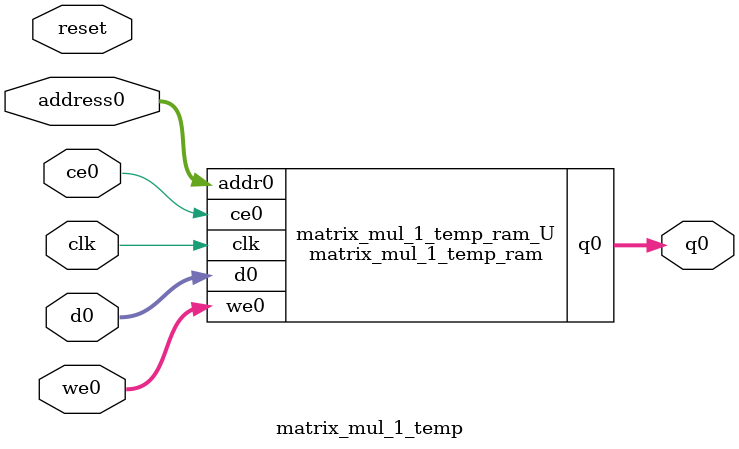
<source format=v>
`timescale 1 ns / 1 ps
module matrix_mul_1_temp_ram (addr0, ce0, d0, we0, q0,  clk);

parameter DWIDTH = 32;
parameter AWIDTH = 6;
parameter MEM_SIZE = 64;
parameter COL_WIDTH = 8;
parameter NUM_COL = (DWIDTH/COL_WIDTH);

input[AWIDTH-1:0] addr0;
input ce0;
input[DWIDTH-1:0] d0;
input [NUM_COL-1:0] we0;
output reg[DWIDTH-1:0] q0;
input clk;

(* ram_style = "block" *)reg [DWIDTH-1:0] ram[0:MEM_SIZE-1];



genvar i;

generate
    for (i=0;i<NUM_COL;i=i+1) begin
        always @(posedge clk) begin
            if (ce0) begin
                if (we0[i]) begin
                    ram[addr0][i*COL_WIDTH +: COL_WIDTH] <= d0[i*COL_WIDTH +: COL_WIDTH]; 
                end
                q0[i*COL_WIDTH +: COL_WIDTH] <= ram[addr0][i*COL_WIDTH +: COL_WIDTH];
            end
        end
    end
endgenerate


endmodule

`timescale 1 ns / 1 ps
module matrix_mul_1_temp(
    reset,
    clk,
    address0,
    ce0,
    we0,
    d0,
    q0);

parameter DataWidth = 32'd32;
parameter AddressRange = 32'd64;
parameter AddressWidth = 32'd6;
input reset;
input clk;
input[AddressWidth - 1:0] address0;
input ce0;
input[DataWidth/8 - 1:0] we0;
input[DataWidth - 1:0] d0;
output[DataWidth - 1:0] q0;



matrix_mul_1_temp_ram matrix_mul_1_temp_ram_U(
    .clk( clk ),
    .addr0( address0 ),
    .ce0( ce0 ),
    .we0( we0 ),
    .d0( d0 ),
    .q0( q0 ));

endmodule


</source>
